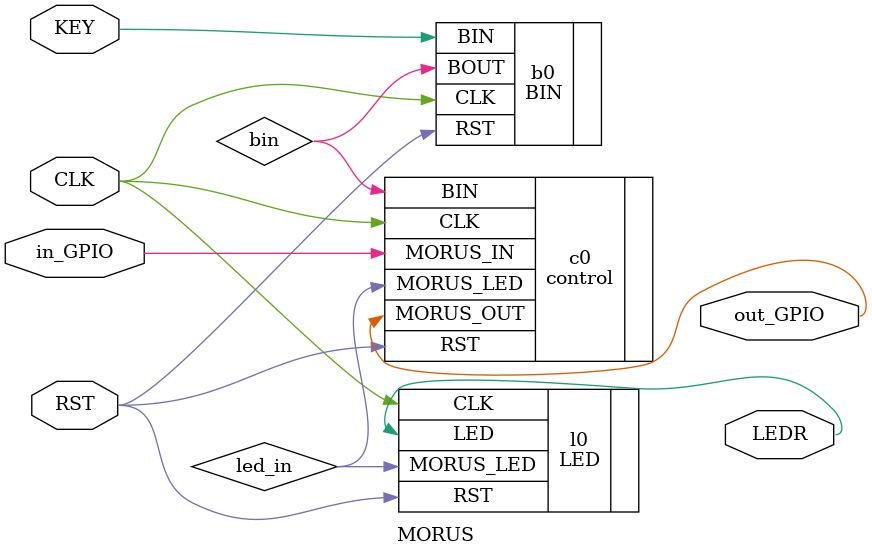
<source format=v>
module MORUS(
    input CLK, RST, in_GPIO,
    input KEY,
    output LEDR, out_GPIO
    //output morus2
);
//in_GPIO(in_GPIO);
wire bin;
BIN b0(.CLK(CLK), .RST(RST), .BIN(KEY), .BOUT(bin));

wire led_in;
control c0(.CLK(CLK), .RST(RST), .MORUS_IN(in_GPIO), .MORUS_OUT(out_GPIO), .BIN(bin), .MORUS_LED(led_in) );

//wire led_out;
LED l0(.CLK(CLK), .RST(RST), .MORUS_LED(led_in), .LED(LEDR));


endmodule
</source>
